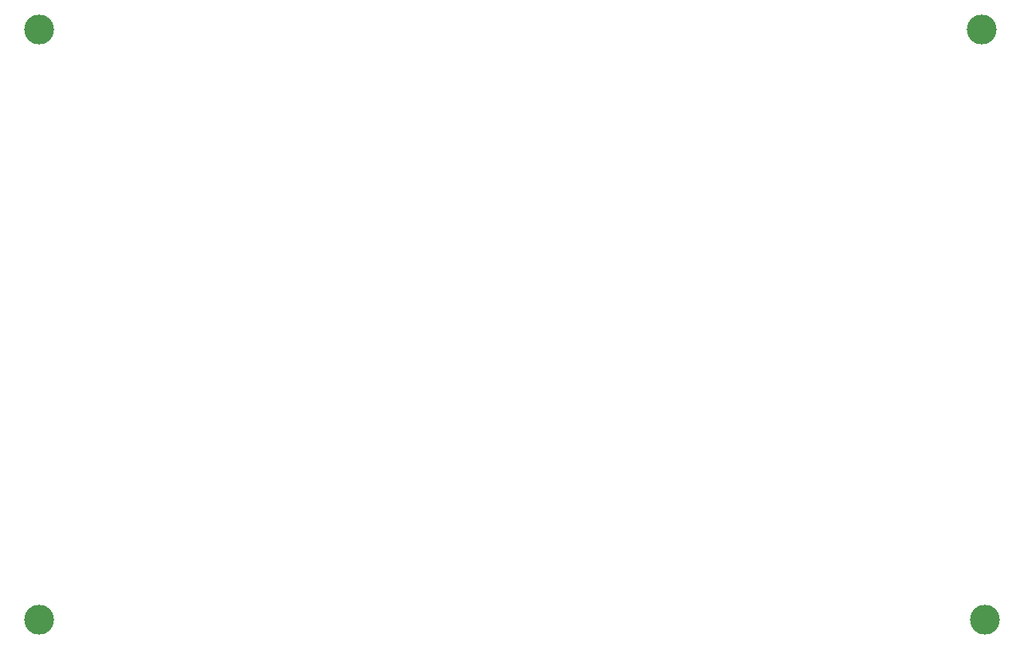
<source format=gbr>
%TF.GenerationSoftware,Novarm,DipTrace,3.3.0.1*%
%TF.CreationDate,2018-11-14T10:14:50-08:00*%
%FSLAX26Y26*%
%MOIN*%
%TF.FileFunction,NonPlated,1,2,NPTH,Drill*%
%TF.Part,Single*%
%TA.AperFunction,MechanicalDrill*%
%ADD69C,0.124803*%
G75*
G01*
D69*
X4456692Y3082676D3*
X519684D3*
X4468503Y618109D3*
X519684D3*
M02*

</source>
